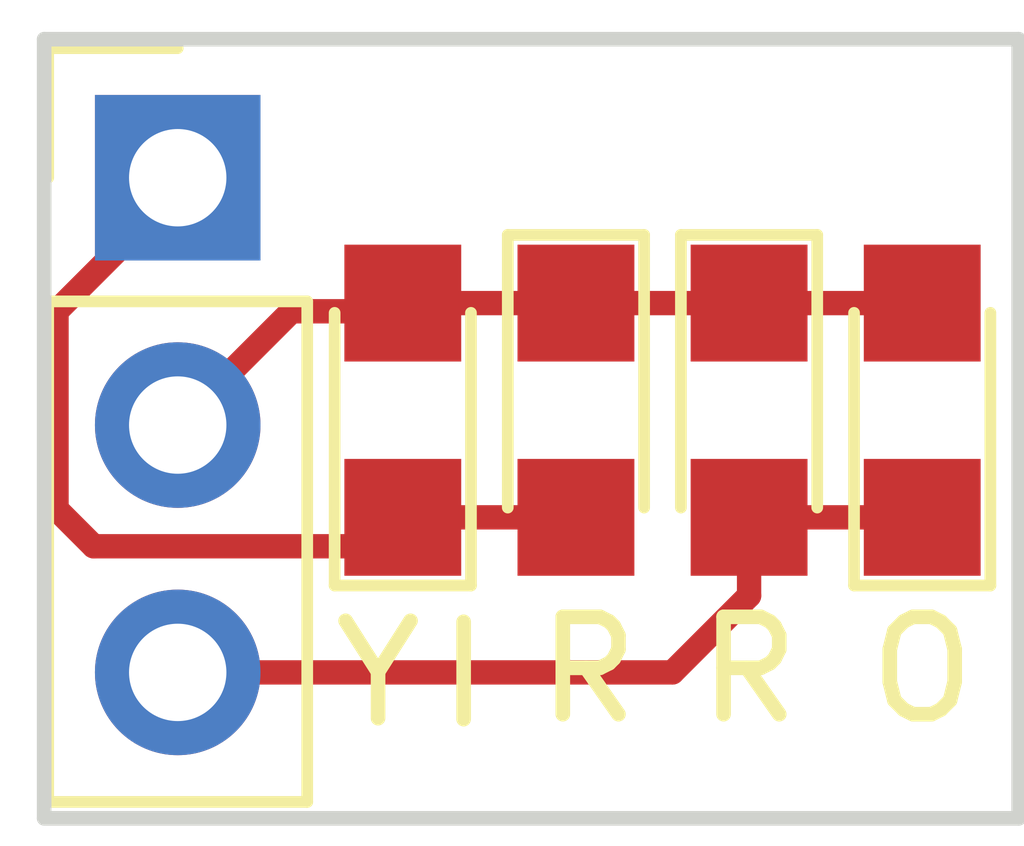
<source format=kicad_pcb>
(kicad_pcb (version 4) (host pcbnew 4.0.7-e2-6376~61~ubuntu18.04.1)

  (general
    (links 8)
    (no_connects 0)
    (area 136.322999 102.540999 146.480601 110.692001)
    (thickness 1.6)
    (drawings 5)
    (tracks 17)
    (zones 0)
    (modules 5)
    (nets 4)
  )

  (page A4)
  (layers
    (0 F.Cu signal)
    (31 B.Cu signal)
    (32 B.Adhes user)
    (33 F.Adhes user)
    (34 B.Paste user)
    (35 F.Paste user)
    (36 B.SilkS user)
    (37 F.SilkS user)
    (38 B.Mask user)
    (39 F.Mask user)
    (40 Dwgs.User user)
    (41 Cmts.User user)
    (42 Eco1.User user)
    (43 Eco2.User user)
    (44 Edge.Cuts user)
    (45 Margin user hide)
    (46 B.CrtYd user hide)
    (47 F.CrtYd user hide)
    (48 B.Fab user hide)
    (49 F.Fab user hide)
  )

  (setup
    (last_trace_width 0.25)
    (trace_clearance 0.2)
    (zone_clearance 0.508)
    (zone_45_only no)
    (trace_min 0.2)
    (segment_width 0.2)
    (edge_width 0.15)
    (via_size 0.6)
    (via_drill 0.4)
    (via_min_size 0.4)
    (via_min_drill 0.3)
    (uvia_size 0.3)
    (uvia_drill 0.1)
    (uvias_allowed no)
    (uvia_min_size 0.2)
    (uvia_min_drill 0.1)
    (pcb_text_width 0.3)
    (pcb_text_size 1.5 1.5)
    (mod_edge_width 0.15)
    (mod_text_size 1 1)
    (mod_text_width 0.15)
    (pad_size 1.524 1.524)
    (pad_drill 0.762)
    (pad_to_mask_clearance 0.2)
    (aux_axis_origin 0 0)
    (visible_elements FFFFFF7F)
    (pcbplotparams
      (layerselection 0x00030_80000001)
      (usegerberextensions false)
      (excludeedgelayer true)
      (linewidth 0.100000)
      (plotframeref false)
      (viasonmask false)
      (mode 1)
      (useauxorigin false)
      (hpglpennumber 1)
      (hpglpenspeed 20)
      (hpglpendiameter 15)
      (hpglpenoverlay 2)
      (psnegative false)
      (psa4output false)
      (plotreference true)
      (plotvalue true)
      (plotinvisibletext false)
      (padsonsilk false)
      (subtractmaskfromsilk false)
      (outputformat 1)
      (mirror false)
      (drillshape 1)
      (scaleselection 1)
      (outputdirectory ""))
  )

  (net 0 "")
  (net 1 "Net-(D1-Pad2)")
  (net 2 "Net-(D1-Pad1)")
  (net 3 "Net-(D2-Pad2)")

  (net_class Default "This is the default net class."
    (clearance 0.2)
    (trace_width 0.25)
    (via_dia 0.6)
    (via_drill 0.4)
    (uvia_dia 0.3)
    (uvia_drill 0.1)
    (add_net "Net-(D1-Pad1)")
    (add_net "Net-(D1-Pad2)")
    (add_net "Net-(D2-Pad2)")
  )

  (module LEDs:LED_0805 (layer F.Cu) (tedit 5B4DAED4) (tstamp 5B4DADB2)
    (at 140.081 106.426 90)
    (descr "LED 0805 smd package")
    (tags "LED led 0805 SMD smd SMT smt smdled SMDLED smtled SMTLED")
    (path /5B4DACC8)
    (attr smd)
    (fp_text reference Y (at -2.70764 -0.254 180) (layer F.SilkS)
      (effects (font (size 1 1) (thickness 0.15)))
    )
    (fp_text value LED (at 0 1.55 90) (layer F.Fab) hide
      (effects (font (size 1 1) (thickness 0.15)))
    )
    (fp_line (start -1.8 -0.7) (end -1.8 0.7) (layer F.SilkS) (width 0.12))
    (fp_line (start -0.4 -0.4) (end -0.4 0.4) (layer F.Fab) (width 0.1))
    (fp_line (start -0.4 0) (end 0.2 -0.4) (layer F.Fab) (width 0.1))
    (fp_line (start 0.2 0.4) (end -0.4 0) (layer F.Fab) (width 0.1))
    (fp_line (start 0.2 -0.4) (end 0.2 0.4) (layer F.Fab) (width 0.1))
    (fp_line (start 1 0.6) (end -1 0.6) (layer F.Fab) (width 0.1))
    (fp_line (start 1 -0.6) (end 1 0.6) (layer F.Fab) (width 0.1))
    (fp_line (start -1 -0.6) (end 1 -0.6) (layer F.Fab) (width 0.1))
    (fp_line (start -1 0.6) (end -1 -0.6) (layer F.Fab) (width 0.1))
    (fp_line (start -1.8 0.7) (end 1 0.7) (layer F.SilkS) (width 0.12))
    (fp_line (start -1.8 -0.7) (end 1 -0.7) (layer F.SilkS) (width 0.12))
    (fp_line (start 1.95 -0.85) (end 1.95 0.85) (layer F.CrtYd) (width 0.05))
    (fp_line (start 1.95 0.85) (end -1.95 0.85) (layer F.CrtYd) (width 0.05))
    (fp_line (start -1.95 0.85) (end -1.95 -0.85) (layer F.CrtYd) (width 0.05))
    (fp_line (start -1.95 -0.85) (end 1.95 -0.85) (layer F.CrtYd) (width 0.05))
    (fp_text user %R (at 0 -1.25 90) (layer F.Fab)
      (effects (font (size 0.4 0.4) (thickness 0.1)))
    )
    (pad 2 smd rect (at 1.1 0 270) (size 1.2 1.2) (layers F.Cu F.Paste F.Mask)
      (net 1 "Net-(D1-Pad2)"))
    (pad 1 smd rect (at -1.1 0 270) (size 1.2 1.2) (layers F.Cu F.Paste F.Mask)
      (net 2 "Net-(D1-Pad1)"))
    (model ${KISYS3DMOD}/LEDs.3dshapes/LED_0805.wrl
      (at (xyz 0 0 0))
      (scale (xyz 1 1 1))
      (rotate (xyz 0 0 180))
    )
  )

  (module LEDs:LED_0805 (layer F.Cu) (tedit 5B4DAEDB) (tstamp 5B4DADC8)
    (at 143.637 106.426 270)
    (descr "LED 0805 smd package")
    (tags "LED led 0805 SMD smd SMT smt smdled SMDLED smtled SMTLED")
    (path /5B4DADF8)
    (attr smd)
    (fp_text reference R (at 2.667 1.651 360) (layer F.SilkS)
      (effects (font (size 1 1) (thickness 0.15)))
    )
    (fp_text value LED (at 0 1.55 270) (layer F.Fab) hide
      (effects (font (size 1 1) (thickness 0.15)))
    )
    (fp_line (start -1.8 -0.7) (end -1.8 0.7) (layer F.SilkS) (width 0.12))
    (fp_line (start -0.4 -0.4) (end -0.4 0.4) (layer F.Fab) (width 0.1))
    (fp_line (start -0.4 0) (end 0.2 -0.4) (layer F.Fab) (width 0.1))
    (fp_line (start 0.2 0.4) (end -0.4 0) (layer F.Fab) (width 0.1))
    (fp_line (start 0.2 -0.4) (end 0.2 0.4) (layer F.Fab) (width 0.1))
    (fp_line (start 1 0.6) (end -1 0.6) (layer F.Fab) (width 0.1))
    (fp_line (start 1 -0.6) (end 1 0.6) (layer F.Fab) (width 0.1))
    (fp_line (start -1 -0.6) (end 1 -0.6) (layer F.Fab) (width 0.1))
    (fp_line (start -1 0.6) (end -1 -0.6) (layer F.Fab) (width 0.1))
    (fp_line (start -1.8 0.7) (end 1 0.7) (layer F.SilkS) (width 0.12))
    (fp_line (start -1.8 -0.7) (end 1 -0.7) (layer F.SilkS) (width 0.12))
    (fp_line (start 1.95 -0.85) (end 1.95 0.85) (layer F.CrtYd) (width 0.05))
    (fp_line (start 1.95 0.85) (end -1.95 0.85) (layer F.CrtYd) (width 0.05))
    (fp_line (start -1.95 0.85) (end -1.95 -0.85) (layer F.CrtYd) (width 0.05))
    (fp_line (start -1.95 -0.85) (end 1.95 -0.85) (layer F.CrtYd) (width 0.05))
    (fp_text user %R (at 0 -1.25 270) (layer F.Fab)
      (effects (font (size 0.4 0.4) (thickness 0.1)))
    )
    (pad 2 smd rect (at 1.1 0 90) (size 1.2 1.2) (layers F.Cu F.Paste F.Mask)
      (net 3 "Net-(D2-Pad2)"))
    (pad 1 smd rect (at -1.1 0 90) (size 1.2 1.2) (layers F.Cu F.Paste F.Mask)
      (net 1 "Net-(D1-Pad2)"))
    (model ${KISYS3DMOD}/LEDs.3dshapes/LED_0805.wrl
      (at (xyz 0 0 0))
      (scale (xyz 1 1 1))
      (rotate (xyz 0 0 180))
    )
  )

  (module LEDs:LED_0805 (layer F.Cu) (tedit 5B4DAED6) (tstamp 5B4DADDE)
    (at 141.859 106.426 270)
    (descr "LED 0805 smd package")
    (tags "LED led 0805 SMD smd SMT smt smdled SMDLED smtled SMTLED")
    (path /5B4DADA8)
    (attr smd)
    (fp_text reference I (at 2.7178 1.15316 360) (layer F.SilkS)
      (effects (font (size 1 1) (thickness 0.15)))
    )
    (fp_text value LED (at 0 1.55 270) (layer F.Fab) hide
      (effects (font (size 1 1) (thickness 0.15)))
    )
    (fp_line (start -1.8 -0.7) (end -1.8 0.7) (layer F.SilkS) (width 0.12))
    (fp_line (start -0.4 -0.4) (end -0.4 0.4) (layer F.Fab) (width 0.1))
    (fp_line (start -0.4 0) (end 0.2 -0.4) (layer F.Fab) (width 0.1))
    (fp_line (start 0.2 0.4) (end -0.4 0) (layer F.Fab) (width 0.1))
    (fp_line (start 0.2 -0.4) (end 0.2 0.4) (layer F.Fab) (width 0.1))
    (fp_line (start 1 0.6) (end -1 0.6) (layer F.Fab) (width 0.1))
    (fp_line (start 1 -0.6) (end 1 0.6) (layer F.Fab) (width 0.1))
    (fp_line (start -1 -0.6) (end 1 -0.6) (layer F.Fab) (width 0.1))
    (fp_line (start -1 0.6) (end -1 -0.6) (layer F.Fab) (width 0.1))
    (fp_line (start -1.8 0.7) (end 1 0.7) (layer F.SilkS) (width 0.12))
    (fp_line (start -1.8 -0.7) (end 1 -0.7) (layer F.SilkS) (width 0.12))
    (fp_line (start 1.95 -0.85) (end 1.95 0.85) (layer F.CrtYd) (width 0.05))
    (fp_line (start 1.95 0.85) (end -1.95 0.85) (layer F.CrtYd) (width 0.05))
    (fp_line (start -1.95 0.85) (end -1.95 -0.85) (layer F.CrtYd) (width 0.05))
    (fp_line (start -1.95 -0.85) (end 1.95 -0.85) (layer F.CrtYd) (width 0.05))
    (fp_text user %R (at 0 -1.25 270) (layer F.Fab)
      (effects (font (size 0.4 0.4) (thickness 0.1)))
    )
    (pad 2 smd rect (at 1.1 0 90) (size 1.2 1.2) (layers F.Cu F.Paste F.Mask)
      (net 2 "Net-(D1-Pad1)"))
    (pad 1 smd rect (at -1.1 0 90) (size 1.2 1.2) (layers F.Cu F.Paste F.Mask)
      (net 1 "Net-(D1-Pad2)"))
    (model ${KISYS3DMOD}/LEDs.3dshapes/LED_0805.wrl
      (at (xyz 0 0 0))
      (scale (xyz 1 1 1))
      (rotate (xyz 0 0 180))
    )
  )

  (module LEDs:LED_0805 (layer F.Cu) (tedit 5B4DAEF1) (tstamp 5B4DADF4)
    (at 145.415 106.426 90)
    (descr "LED 0805 smd package")
    (tags "LED led 0805 SMD smd SMT smt smdled SMDLED smtled SMTLED")
    (path /5B4DAE35)
    (attr smd)
    (fp_text reference O (at -2.667 0 180) (layer F.SilkS)
      (effects (font (size 1 1) (thickness 0.15)))
    )
    (fp_text value LED (at 0 1.55 90) (layer F.Fab) hide
      (effects (font (size 1 1) (thickness 0.15)))
    )
    (fp_line (start -1.8 -0.7) (end -1.8 0.7) (layer F.SilkS) (width 0.12))
    (fp_line (start -0.4 -0.4) (end -0.4 0.4) (layer F.Fab) (width 0.1))
    (fp_line (start -0.4 0) (end 0.2 -0.4) (layer F.Fab) (width 0.1))
    (fp_line (start 0.2 0.4) (end -0.4 0) (layer F.Fab) (width 0.1))
    (fp_line (start 0.2 -0.4) (end 0.2 0.4) (layer F.Fab) (width 0.1))
    (fp_line (start 1 0.6) (end -1 0.6) (layer F.Fab) (width 0.1))
    (fp_line (start 1 -0.6) (end 1 0.6) (layer F.Fab) (width 0.1))
    (fp_line (start -1 -0.6) (end 1 -0.6) (layer F.Fab) (width 0.1))
    (fp_line (start -1 0.6) (end -1 -0.6) (layer F.Fab) (width 0.1))
    (fp_line (start -1.8 0.7) (end 1 0.7) (layer F.SilkS) (width 0.12))
    (fp_line (start -1.8 -0.7) (end 1 -0.7) (layer F.SilkS) (width 0.12))
    (fp_line (start 1.95 -0.85) (end 1.95 0.85) (layer F.CrtYd) (width 0.05))
    (fp_line (start 1.95 0.85) (end -1.95 0.85) (layer F.CrtYd) (width 0.05))
    (fp_line (start -1.95 0.85) (end -1.95 -0.85) (layer F.CrtYd) (width 0.05))
    (fp_line (start -1.95 -0.85) (end 1.95 -0.85) (layer F.CrtYd) (width 0.05))
    (fp_text user %R (at 0 -1.25 90) (layer F.Fab)
      (effects (font (size 0.4 0.4) (thickness 0.1)))
    )
    (pad 2 smd rect (at 1.1 0 270) (size 1.2 1.2) (layers F.Cu F.Paste F.Mask)
      (net 1 "Net-(D1-Pad2)"))
    (pad 1 smd rect (at -1.1 0 270) (size 1.2 1.2) (layers F.Cu F.Paste F.Mask)
      (net 3 "Net-(D2-Pad2)"))
    (model ${KISYS3DMOD}/LEDs.3dshapes/LED_0805.wrl
      (at (xyz 0 0 0))
      (scale (xyz 1 1 1))
      (rotate (xyz 0 0 180))
    )
  )

  (module Pin_Headers:Pin_Header_Straight_1x03_Pitch2.54mm (layer F.Cu) (tedit 5B4DAE07) (tstamp 5B4DAE0B)
    (at 137.7696 104.0384)
    (descr "Through hole straight pin header, 1x03, 2.54mm pitch, single row")
    (tags "Through hole pin header THT 1x03 2.54mm single row")
    (path /5B4DAE8F)
    (fp_text reference P1 (at 0 -2.33) (layer F.SilkS) hide
      (effects (font (size 1 1) (thickness 0.15)))
    )
    (fp_text value "Header 3" (at 0 7.41) (layer F.Fab) hide
      (effects (font (size 1 1) (thickness 0.15)))
    )
    (fp_line (start -0.635 -1.27) (end 1.27 -1.27) (layer F.Fab) (width 0.1))
    (fp_line (start 1.27 -1.27) (end 1.27 6.35) (layer F.Fab) (width 0.1))
    (fp_line (start 1.27 6.35) (end -1.27 6.35) (layer F.Fab) (width 0.1))
    (fp_line (start -1.27 6.35) (end -1.27 -0.635) (layer F.Fab) (width 0.1))
    (fp_line (start -1.27 -0.635) (end -0.635 -1.27) (layer F.Fab) (width 0.1))
    (fp_line (start -1.33 6.41) (end 1.33 6.41) (layer F.SilkS) (width 0.12))
    (fp_line (start -1.33 1.27) (end -1.33 6.41) (layer F.SilkS) (width 0.12))
    (fp_line (start 1.33 1.27) (end 1.33 6.41) (layer F.SilkS) (width 0.12))
    (fp_line (start -1.33 1.27) (end 1.33 1.27) (layer F.SilkS) (width 0.12))
    (fp_line (start -1.33 0) (end -1.33 -1.33) (layer F.SilkS) (width 0.12))
    (fp_line (start -1.33 -1.33) (end 0 -1.33) (layer F.SilkS) (width 0.12))
    (fp_line (start -1.8 -1.8) (end -1.8 6.85) (layer F.CrtYd) (width 0.05))
    (fp_line (start -1.8 6.85) (end 1.8 6.85) (layer F.CrtYd) (width 0.05))
    (fp_line (start 1.8 6.85) (end 1.8 -1.8) (layer F.CrtYd) (width 0.05))
    (fp_line (start 1.8 -1.8) (end -1.8 -1.8) (layer F.CrtYd) (width 0.05))
    (fp_text user %R (at 0 2.54 90) (layer F.Fab)
      (effects (font (size 1 1) (thickness 0.15)))
    )
    (pad 1 thru_hole rect (at 0 0) (size 1.7 1.7) (drill 1) (layers *.Cu *.Mask)
      (net 2 "Net-(D1-Pad1)"))
    (pad 2 thru_hole oval (at 0 2.54) (size 1.7 1.7) (drill 1) (layers *.Cu *.Mask)
      (net 1 "Net-(D1-Pad2)"))
    (pad 3 thru_hole oval (at 0 5.08) (size 1.7 1.7) (drill 1) (layers *.Cu *.Mask)
      (net 3 "Net-(D2-Pad2)"))
    (model ${KISYS3DMOD}/Pin_Headers.3dshapes/Pin_Header_Straight_1x03_Pitch2.54mm.wrl
      (at (xyz 0 0 0))
      (scale (xyz 1 1 1))
      (rotate (xyz 0 0 0))
    )
  )

  (gr_line (start 146.4056 102.616) (end 146.4056 110.617) (angle 90) (layer Edge.Cuts) (width 0.15))
  (gr_line (start 136.398 102.616) (end 146.4056 102.616) (angle 90) (layer Edge.Cuts) (width 0.15))
  (gr_line (start 136.398 110.617) (end 146.4056 110.617) (angle 90) (layer Edge.Cuts) (width 0.15))
  (gr_text R (at 143.637 109.093) (layer F.SilkS)
    (effects (font (size 1 1) (thickness 0.15)))
  )
  (gr_line (start 136.398 102.616) (end 136.398 110.616) (angle 90) (layer Edge.Cuts) (width 0.15))

  (segment (start 143.637 105.326) (end 145.415 105.326) (width 0.25) (layer F.Cu) (net 1) (status C00000))
  (segment (start 141.859 105.326) (end 143.637 105.326) (width 0.25) (layer F.Cu) (net 1) (status C00000))
  (segment (start 140.081 105.326) (end 141.859 105.326) (width 0.25) (layer F.Cu) (net 1) (status C00000))
  (segment (start 137.7696 106.5784) (end 138.938 105.41) (width 0.25) (layer F.Cu) (net 1) (status 400000))
  (segment (start 138.938 105.41) (end 139.997 105.41) (width 0.25) (layer F.Cu) (net 1) (tstamp 5B4DB24A) (status 800000))
  (segment (start 139.997 105.41) (end 140.081 105.326) (width 0.25) (layer F.Cu) (net 1) (tstamp 5B4DB24B) (status C00000))
  (segment (start 140.081 107.526) (end 141.859 107.526) (width 0.25) (layer F.Cu) (net 2) (status C00000))
  (segment (start 137.7696 104.0384) (end 137.7696 104.1654) (width 0.25) (layer F.Cu) (net 2) (status C00000))
  (segment (start 137.7696 104.1654) (end 136.525 105.41) (width 0.25) (layer F.Cu) (net 2) (tstamp 5B4DB254) (status 400000))
  (segment (start 136.525 105.41) (end 136.525 107.442) (width 0.25) (layer F.Cu) (net 2) (tstamp 5B4DB255))
  (segment (start 136.525 107.442) (end 136.906 107.823) (width 0.25) (layer F.Cu) (net 2) (tstamp 5B4DB257))
  (segment (start 136.906 107.823) (end 139.784 107.823) (width 0.25) (layer F.Cu) (net 2) (tstamp 5B4DB258) (status 800000))
  (segment (start 139.784 107.823) (end 140.081 107.526) (width 0.25) (layer F.Cu) (net 2) (tstamp 5B4DB259) (status C00000))
  (segment (start 143.637 107.526) (end 143.637 108.331) (width 0.25) (layer F.Cu) (net 3) (status 400000))
  (segment (start 142.8496 109.1184) (end 137.7696 109.1184) (width 0.25) (layer F.Cu) (net 3) (tstamp 5B4DB261) (status 800000))
  (segment (start 143.637 108.331) (end 142.8496 109.1184) (width 0.25) (layer F.Cu) (net 3) (tstamp 5B4DB260))
  (segment (start 145.415 107.526) (end 143.637 107.526) (width 0.25) (layer F.Cu) (net 3) (status C00000))

)

</source>
